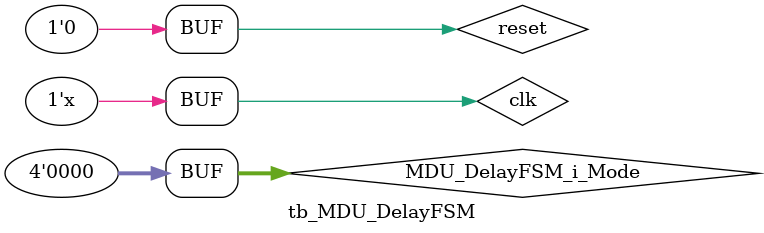
<source format=v>
`timescale 1ns / 1ps


module tb_MDU_DelayFSM;

	// Inputs
	reg clk;
	reg reset;
	reg [3:0] MDU_DelayFSM_i_Mode;

	// Outputs
	wire MDU_DelayFSM_o_Busy;
	wire MDU_DelayFSM_o_dataReady;

	// Instantiate the Unit Under Test (UUT)
	MDU_DelayFSM uut (
		.clk(clk), 
		.reset(reset), 
		.MDU_DelayFSM_i_Mode(MDU_DelayFSM_i_Mode), 
		.MDU_DelayFSM_o_Busy(MDU_DelayFSM_o_Busy),
		.MDU_DelayFSM_o_dataReady(MDU_DelayFSM_o_dataReady)
	);

	initial begin
		// Initialize Inputs
		clk = 0;
		reset = 0;
		MDU_DelayFSM_i_Mode = 0;

		// Wait 100 ns for global reset to finish
		#100;

		#5
		MDU_DelayFSM_i_Mode = 1;
		#10 MDU_DelayFSM_i_Mode = 0;
		#100;

		MDU_DelayFSM_i_Mode = 2;
		#10 MDU_DelayFSM_i_Mode = 0;
		#100;

		MDU_DelayFSM_i_Mode = 3;
		#10 MDU_DelayFSM_i_Mode = 0;
		#100;

		MDU_DelayFSM_i_Mode = 4;
		#10 MDU_DelayFSM_i_Mode = 0;
		#20 reset = 1;
		#10 reset = 0;
        
		// Add stimulus here

	end

	always #5 clk =~clk;
      
endmodule


</source>
